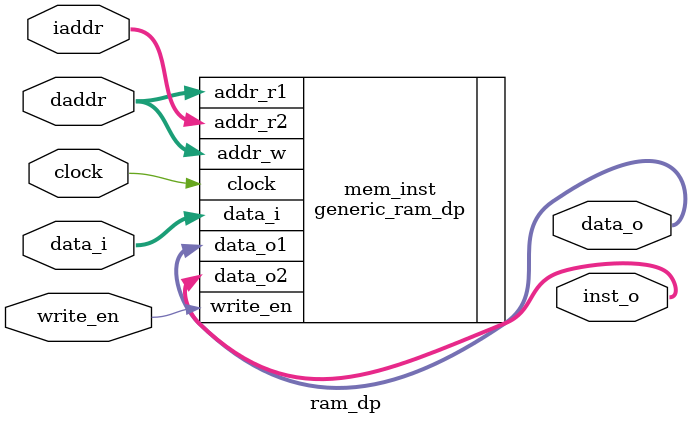
<source format=v>

module ram #(
	parameter WIDTH = 16,
	parameter DEPTH = 1024
)(
	input clock,
	input write_en,
	input [$clog2(DEPTH) - 1:0] addr,
	input [WIDTH - 1:0] data_i,
	output [WIDTH - 1:0] data_o
);
    generic_ram #(
        .WIDTH(WIDTH),
        .DEPTH(DEPTH)
    ) mem_inst (
        .clock(clock),
        .write_en(write_en),
        .addr(addr),
        .data_i(data_i),
        .data_o(data_o)
    );
endmodule

module ram_dp #(
	parameter WIDTH = 16,
	parameter DEPTH = 1024,
    parameter BURST = 1,
    parameter DATAFILE = ""
)(
	input clock,
	input write_en,
	input [$clog2(DEPTH) - 1:0] iaddr,
    input [$clog2(DEPTH) - 1:0] daddr,
	input [WIDTH * BURST - 1:0] data_i,
	output [WIDTH * BURST - 1:0] data_o,
    output [WIDTH * BURST - 1:0] inst_o
);
    generic_ram_dp #(
        .WIDTH(WIDTH),
        .DEPTH(DEPTH),
        .BURST(BURST),
        .DATAFILE(DATAFILE)
    ) mem_inst (
        .clock(clock),
        .write_en(write_en),
        .addr_w(daddr),
        .addr_r1(daddr),
        .addr_r2(iaddr),
        .data_i(data_i),
        .data_o1(data_o),
        .data_o2(inst_o)
    );
endmodule

</source>
